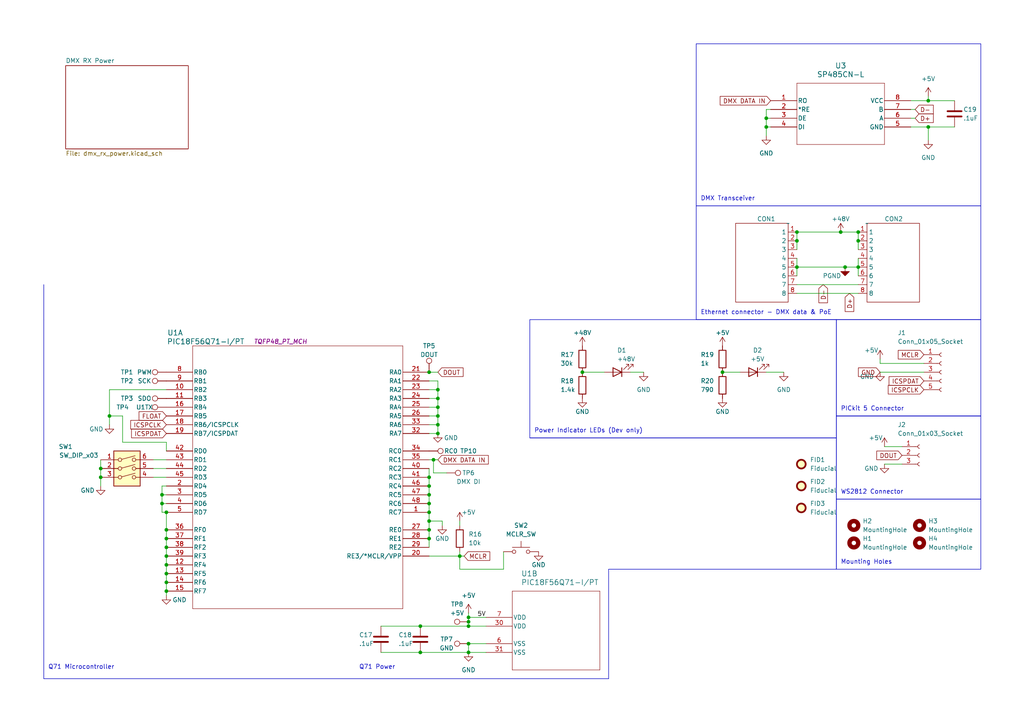
<source format=kicad_sch>
(kicad_sch (version 20230121) (generator eeschema)
  (paper "A4")
  (title_block (title "DMX Demo Receiver") (date "2023-07-21") (rev "1") (company "Microchip") (comment 1 "Josh Booth"))
  (lib_symbols
    (symbol "Connector:Conn_01x03_Socket" (pin_names (offset 1.016) hide)
      (property "Reference" "J" (at 0 5.08 0))
      (property "Value" "Conn_01x03_Socket" (at 0 -5.08 0))
      (symbol "Conn_01x03_Socket_1_1"
        (arc (start 0 -2.032) (mid -0.5058 -2.54) (end 0 -3.048) (stroke (width 0.1524)))
        (polyline (pts (xy -1.27 -2.54) (xy -0.508 -2.54)) (stroke (width 0.1524)))
        (polyline (pts (xy -1.27 0) (xy -0.508 0)) (stroke (width 0.1524)))
        (polyline (pts (xy -1.27 2.54) (xy -0.508 2.54)) (stroke (width 0.1524)))
        (arc (start 0 0.508) (mid -0.5058 0) (end 0 -0.508) (stroke (width 0.1524)))
        (arc (start 0 3.048) (mid -0.5058 2.54) (end 0 2.032) (stroke (width 0.1524)))
        (pin passive line (at -5.08 2.54 0) (length 3.81) (name "Pin_1") (number "1"))
        (pin passive line (at -5.08 0 0) (length 3.81) (name "Pin_2") (number "2"))
        (pin passive line (at -5.08 -2.54 0) (length 3.81) (name "Pin_3") (number "3"))
      )
    )
    (symbol "Connector:Conn_01x05_Socket" (pin_names (offset 1.016) hide)
      (property "Reference" "J" (at 0 7.62 0))
      (property "Value" "Conn_01x05_Socket" (at 0 -7.62 0))
      (symbol "Conn_01x05_Socket_1_1"
        (arc (start 0 -4.572) (mid -0.5058 -5.08) (end 0 -5.588) (stroke (width 0.1524)))
        (arc (start 0 -2.032) (mid -0.5058 -2.54) (end 0 -3.048) (stroke (width 0.1524)))
        (polyline (pts (xy -1.27 -5.08) (xy -0.508 -5.08)) (stroke (width 0.1524)))
        (polyline (pts (xy -1.27 -2.54) (xy -0.508 -2.54)) (stroke (width 0.1524)))
        (polyline (pts (xy -1.27 0) (xy -0.508 0)) (stroke (width 0.1524)))
        (polyline (pts (xy -1.27 2.54) (xy -0.508 2.54)) (stroke (width 0.1524)))
        (polyline (pts (xy -1.27 5.08) (xy -0.508 5.08)) (stroke (width 0.1524)))
        (arc (start 0 0.508) (mid -0.5058 0) (end 0 -0.508) (stroke (width 0.1524)))
        (arc (start 0 3.048) (mid -0.5058 2.54) (end 0 2.032) (stroke (width 0.1524)))
        (arc (start 0 5.588) (mid -0.5058 5.08) (end 0 4.572) (stroke (width 0.1524)))
        (pin passive line (at -5.08 5.08 0) (length 3.81) (name "Pin_1") (number "1"))
        (pin passive line (at -5.08 2.54 0) (length 3.81) (name "Pin_2") (number "2"))
        (pin passive line (at -5.08 0 0) (length 3.81) (name "Pin_3") (number "3"))
        (pin passive line (at -5.08 -2.54 0) (length 3.81) (name "Pin_4") (number "4"))
        (pin passive line (at -5.08 -5.08 0) (length 3.81) (name "Pin_5") (number "5"))
      )
    )
    (symbol "Connector:TestPoint" (pin_numbers hide) (pin_names (offset 0.762) hide)
      (property "Reference" "TP" (at 0 6.858 0))
      (property "Value" "TestPoint" (at 0 5.08 0))
      (symbol "TestPoint_0_1"
        (circle (center 0 3.302) (radius 0.762))
      )
      (symbol "TestPoint_1_1"
        (pin passive line (at 0 0 90) (length 2.54) (name "1") (number "1"))
      )
    )
    (symbol "Device:C" (pin_numbers hide) (pin_names (offset 0.254))
      (property "Reference" "C" (at 0.635 2.54 0))
      (property "Value" "C" (at 0.635 -2.54 0))
      (symbol "C_0_1"
        (polyline (pts (xy -2.032 -0.762) (xy 2.032 -0.762)) (stroke (width 0.508)))
        (polyline (pts (xy -2.032 0.762) (xy 2.032 0.762)) (stroke (width 0.508)))
      )
      (symbol "C_1_1"
        (pin passive line (at 0 3.81 270) (length 2.794) (name "~") (number "1"))
        (pin passive line (at 0 -3.81 90) (length 2.794) (name "~") (number "2"))
      )
    )
    (symbol "Device:LED" (pin_numbers hide) (pin_names (offset 1.016) hide)
      (property "Reference" "D" (at 0 2.54 0))
      (property "Value" "LED" (at 0 -2.54 0))
      (symbol "LED_0_1"
        (polyline (pts (xy -1.27 -1.27) (xy -1.27 1.27)) (stroke (width 0.254)))
        (polyline (pts (xy -1.27 0) (xy 1.27 0)))
        (polyline (pts (xy 1.27 -1.27) (xy 1.27 1.27) (xy -1.27 0) (xy 1.27 -1.27)) (stroke (width 0.254)))
        (polyline (pts (xy -3.048 -0.762) (xy -4.572 -2.286) (xy -3.81 -2.286) (xy -4.572 -2.286) (xy -4.572 -1.524)))
        (polyline (pts (xy -1.778 -0.762) (xy -3.302 -2.286) (xy -2.54 -2.286) (xy -3.302 -2.286) (xy -3.302 -1.524)))
      )
      (symbol "LED_1_1"
        (pin passive line (at -3.81 0 0) (length 2.54) (name "K") (number "1"))
        (pin passive line (at 3.81 0 180) (length 2.54) (name "A") (number "2"))
      )
    )
    (symbol "Device:R" (pin_numbers hide) (pin_names (offset 0))
      (property "Reference" "R" (at 2.032 0 90))
      (property "Value" "R" (at 0 0 90))
      (symbol "R_0_1"
        (rectangle (start -1.016 -2.54) (end 1.016 2.54) (stroke (width 0.254)))
      )
      (symbol "R_1_1"
        (pin passive line (at 0 3.81 270) (length 1.27) (name "~") (number "1"))
        (pin passive line (at 0 -3.81 90) (length 1.27) (name "~") (number "2"))
      )
    )
    (symbol "GND1_1" (power) (pin_names (offset 0))
      (property "Value" "PGND" (at 3.81 -2.54 0))
      (symbol "GND1_1_1_1"
        (polyline (pts (xy 0 0) (xy 0 -1.27) (xy 1.27 -1.27) (xy 0 -2.54) (xy -1.27 -1.27) (xy 0 -1.27)) (fill (type outline)))
        (pin power_in line (at 0 0 0) (length 0) hide (name "PGND") (number "1"))
      )
    )
    (symbol "Mechanical:Fiducial"
      (property "Reference" "FID" (at 0 5.08 0))
      (property "Value" "Fiducial" (at 0 3.175 0))
      (symbol "Fiducial_0_1"
        (circle (center 0 0) (radius 1.27) (stroke (width 0.508)) (fill (type background)))
      )
    )
    (symbol "Mechanical:MountingHole" (pin_names (offset 1.016))
      (property "Reference" "H" (at 0 5.08 0))
      (property "Value" "MountingHole" (at 0 3.175 0))
      (symbol "MountingHole_0_1"
        (circle (center 0 0) (radius 1.27) (stroke (width 1.27)))
      )
    )
    (symbol "PIC18F56Q71-I-PT:PIC18F56Q71-I_PT" (pin_names (offset 0.254))
      (property "Reference" "U" (at 38.1 12.7 0))
      (property "Value" "PIC18F56Q71-I/PT" (at 38.1 10.16 0))
      (symbol "PIC18F56Q71-I_PT_1_1"
        (polyline (pts (xy 7.62 -68.58) (xy 68.58 -68.58)) (stroke (width 0.127)))
        (polyline (pts (xy 7.62 7.62) (xy 7.62 -68.58)) (stroke (width 0.127)))
        (polyline (pts (xy 68.58 -68.58) (xy 68.58 7.62)) (stroke (width 0.127)))
        (polyline (pts (xy 68.58 7.62) (xy 7.62 7.62)) (stroke (width 0.127)))
        (pin bidirectional line (at 76.2 -40.64 180) (length 7.62) (name "RC7") (number "1"))
        (pin bidirectional line (at 0 -5.08 0) (length 7.62) (name "RB2") (number "10"))
        (pin bidirectional line (at 0 -7.62 0) (length 7.62) (name "RB3") (number "11"))
        (pin bidirectional line (at 0 -55.88 0) (length 7.62) (name "RF4") (number "12"))
        (pin bidirectional line (at 0 -58.42 0) (length 7.62) (name "RF5") (number "13"))
        (pin bidirectional line (at 0 -60.96 0) (length 7.62) (name "RF6") (number "14"))
        (pin bidirectional line (at 0 -63.5 0) (length 7.62) (name "RF7") (number "15"))
        (pin bidirectional line (at 0 -10.16 0) (length 7.62) (name "RB4") (number "16"))
        (pin bidirectional line (at 0 -12.7 0) (length 7.62) (name "RB5") (number "17"))
        (pin bidirectional line (at 0 -15.24 0) (length 7.62) (name "RB6/ICSPCLK") (number "18"))
        (pin bidirectional line (at 0 -17.78 0) (length 7.62) (name "RB7/ICSPDAT") (number "19"))
        (pin bidirectional line (at 0 -33.02 0) (length 7.62) (name "RD4") (number "2"))
        (pin bidirectional line (at 76.2 -53.34 180) (length 7.62) (name "RE3/*MCLR/VPP") (number "20"))
        (pin bidirectional line (at 76.2 0 180) (length 7.62) (name "RA0") (number "21"))
        (pin bidirectional line (at 76.2 -2.54 180) (length 7.62) (name "RA1") (number "22"))
        (pin bidirectional line (at 76.2 -5.08 180) (length 7.62) (name "RA2") (number "23"))
        (pin bidirectional line (at 76.2 -7.62 180) (length 7.62) (name "RA3") (number "24"))
        (pin bidirectional line (at 76.2 -10.16 180) (length 7.62) (name "RA4") (number "25"))
        (pin bidirectional line (at 76.2 -12.7 180) (length 7.62) (name "RA5") (number "26"))
        (pin bidirectional line (at 76.2 -45.72 180) (length 7.62) (name "RE0") (number "27"))
        (pin bidirectional line (at 76.2 -48.26 180) (length 7.62) (name "RE1") (number "28"))
        (pin bidirectional line (at 76.2 -50.8 180) (length 7.62) (name "RE2") (number "29"))
        (pin bidirectional line (at 0 -35.56 0) (length 7.62) (name "RD5") (number "3"))
        (pin bidirectional line (at 76.2 -17.78 180) (length 7.62) (name "RA7") (number "32"))
        (pin bidirectional line (at 76.2 -15.24 180) (length 7.62) (name "RA6") (number "33"))
        (pin bidirectional line (at 76.2 -22.86 180) (length 7.62) (name "RC0") (number "34"))
        (pin bidirectional line (at 76.2 -25.4 180) (length 7.62) (name "RC1") (number "35"))
        (pin bidirectional line (at 0 -45.72 0) (length 7.62) (name "RF0") (number "36"))
        (pin bidirectional line (at 0 -48.26 0) (length 7.62) (name "RF1") (number "37"))
        (pin bidirectional line (at 0 -50.8 0) (length 7.62) (name "RF2") (number "38"))
        (pin bidirectional line (at 0 -53.34 0) (length 7.62) (name "RF3") (number "39"))
        (pin bidirectional line (at 0 -38.1 0) (length 7.62) (name "RD6") (number "4"))
        (pin bidirectional line (at 76.2 -27.94 180) (length 7.62) (name "RC2") (number "40"))
        (pin bidirectional line (at 76.2 -30.48 180) (length 7.62) (name "RC3") (number "41"))
        (pin bidirectional line (at 0 -22.86 0) (length 7.62) (name "RD0") (number "42"))
        (pin bidirectional line (at 0 -25.4 0) (length 7.62) (name "RD1") (number "43"))
        (pin bidirectional line (at 0 -27.94 0) (length 7.62) (name "RD2") (number "44"))
        (pin bidirectional line (at 0 -30.48 0) (length 7.62) (name "RD3") (number "45"))
        (pin bidirectional line (at 76.2 -33.02 180) (length 7.62) (name "RC4") (number "46"))
        (pin bidirectional line (at 76.2 -35.56 180) (length 7.62) (name "RC5") (number "47"))
        (pin bidirectional line (at 76.2 -38.1 180) (length 7.62) (name "RC6") (number "48"))
        (pin bidirectional line (at 0 -40.64 0) (length 7.62) (name "RD7") (number "5"))
        (pin bidirectional line (at 0 0 0) (length 7.62) (name "RB0") (number "8"))
        (pin bidirectional line (at 0 -2.54 0) (length 7.62) (name "RB1") (number "9"))
      )
      (symbol "PIC18F56Q71-I_PT_2_1"
        (polyline (pts (xy 7.62 -15.24) (xy 33.02 -15.24)) (stroke (width 0.127)))
        (polyline (pts (xy 7.62 7.62) (xy 7.62 -15.24)) (stroke (width 0.127)))
        (polyline (pts (xy 33.02 -15.24) (xy 33.02 7.62)) (stroke (width 0.127)))
        (polyline (pts (xy 33.02 7.62) (xy 7.62 7.62)) (stroke (width 0.127)))
        (pin power_in line (at 0 -2.54 0) (length 7.62) (name "VDD") (number "30"))
        (pin power_out line (at 0 -10.16 0) (length 7.62) (name "VSS") (number "31"))
        (pin power_out line (at 0 -7.62 0) (length 7.62) (name "VSS") (number "6"))
        (pin power_in line (at 0 0 0) (length 7.62) (name "VDD") (number "7"))
      )
    )
    (symbol "SP485CN-L:SP485CN-L" (pin_names (offset 0.254))
      (property "Reference" "U" (at 20.32 10.16 0))
      (property "Value" "SP485CN-L" (at 20.32 7.62 0))
      (symbol "SP485CN-L_0_1"
        (polyline (pts (xy 7.62 -12.7) (xy 33.02 -12.7)) (stroke (width 0.127)))
        (polyline (pts (xy 7.62 5.08) (xy 7.62 -12.7)) (stroke (width 0.127)))
        (polyline (pts (xy 33.02 -12.7) (xy 33.02 5.08)) (stroke (width 0.127)))
        (polyline (pts (xy 33.02 5.08) (xy 7.62 5.08)) (stroke (width 0.127)))
        (pin output line (at 0 0 0) (length 7.62) (name "RO") (number "1"))
        (pin output line (at 0 -2.54 0) (length 7.62) (name "*RE") (number "2"))
        (pin output line (at 0 -5.08 0) (length 7.62) (name "DE") (number "3"))
        (pin input line (at 0 -7.62 0) (length 7.62) (name "DI") (number "4"))
        (pin power_out line (at 40.64 -7.62 180) (length 7.62) (name "GND") (number "5"))
        (pin bidirectional line (at 40.64 -5.08 180) (length 7.62) (name "A") (number "6"))
        (pin bidirectional line (at 40.64 -2.54 180) (length 7.62) (name "B") (number "7"))
        (pin power_in line (at 40.64 0 180) (length 7.62) (name "VCC") (number "8"))
      )
    )
    (symbol "Switch:SW_DIP_x03" (pin_names (offset 0) hide)
      (property "Reference" "SW" (at 0 8.89 0))
      (property "Value" "SW_DIP_x03" (at 0 -3.81 0))
      (symbol "SW_DIP_x03_0_0"
        (circle (center -2.032 0) (radius 0.508))
        (circle (center -2.032 2.54) (radius 0.508))
        (circle (center -2.032 5.08) (radius 0.508))
        (polyline (pts (xy -1.524 0.127) (xy 2.3622 1.1684)))
        (polyline (pts (xy -1.524 2.667) (xy 2.3622 3.7084)))
        (polyline (pts (xy -1.524 5.207) (xy 2.3622 6.2484)))
        (circle (center 2.032 0) (radius 0.508))
        (circle (center 2.032 2.54) (radius 0.508))
        (circle (center 2.032 5.08) (radius 0.508))
      )
      (symbol "SW_DIP_x03_0_1"
        (rectangle (start -3.81 7.62) (end 3.81 -2.54) (stroke (width 0.254)) (fill (type background)))
      )
      (symbol "SW_DIP_x03_1_1"
        (pin passive line (at -7.62 5.08 0) (length 5.08) (name "~") (number "1"))
        (pin passive line (at -7.62 2.54 0) (length 5.08) (name "~") (number "2"))
        (pin passive line (at -7.62 0 0) (length 5.08) (name "~") (number "3"))
        (pin passive line (at 7.62 0 180) (length 5.08) (name "~") (number "4"))
        (pin passive line (at 7.62 2.54 180) (length 5.08) (name "~") (number "5"))
        (pin passive line (at 7.62 5.08 180) (length 5.08) (name "~") (number "6"))
      )
    )
    (symbol "Switch:SW_Push" (pin_numbers hide) (pin_names (offset 1.016) hide)
      (property "Reference" "SW" (at 1.27 2.54 0))
      (property "Value" "SW_Push" (at 0 -1.524 0))
      (symbol "SW_Push_0_1"
        (circle (center -2.032 0) (radius 0.508))
        (polyline (pts (xy 0 1.27) (xy 0 3.048)))
        (polyline (pts (xy 2.54 1.27) (xy -2.54 1.27)))
        (circle (center 2.032 0) (radius 0.508))
        (pin passive line (at -5.08 0 0) (length 2.54) (name "1") (number "1"))
        (pin passive line (at 5.08 0 180) (length 2.54) (name "2") (number "2"))
      )
    )
    (symbol "dmx_components_library:E5J88-00LJG2-L"
      (property "Reference" "CON" (at 1.27 1.27 0))
      (symbol "E5J88-00LJG2-L_0_1"
        (rectangle (start 0 0) (end 15.24 -22.86))
      )
      (symbol "E5J88-00LJG2-L_1_1"
        (pin bidirectional line (at -2.54 -2.54 0) (length 2.54) (name "1") (number "1"))
        (pin bidirectional line (at -2.54 -5.08 0) (length 2.54) (name "2") (number "2"))
        (pin bidirectional line (at -2.54 -7.62 0) (length 2.54) (name "3") (number "3"))
        (pin bidirectional line (at -2.54 -10.16 0) (length 2.54) (name "4") (number "4"))
        (pin bidirectional line (at -2.54 -12.7 0) (length 2.54) (name "5") (number "5"))
        (pin bidirectional line (at -2.54 -15.24 0) (length 2.54) (name "6") (number "6"))
        (pin bidirectional line (at -2.54 -17.78 0) (length 2.54) (name "7") (number "7"))
        (pin bidirectional line (at -2.54 -20.32 0) (length 2.54) (name "8") (number "8"))
      )
    )
    (symbol "power:+48V" (power) (pin_names (offset 0))
      (property "Value" "+48V" (at 0 3.556 0))
      (symbol "+48V_0_1"
        (polyline (pts (xy -0.762 1.27) (xy 0 2.54)))
        (polyline (pts (xy 0 0) (xy 0 2.54)))
        (polyline (pts (xy 0 2.54) (xy 0.762 1.27)))
      )
      (symbol "+48V_1_1"
        (pin power_in line (at 0 0 90) (length 0) hide (name "+48V") (number "1"))
      )
    )
    (symbol "power:+5V" (power) (pin_names (offset 0))
      (property "Value" "+5V" (at 0 3.556 0))
      (symbol "+5V_0_1"
        (polyline (pts (xy -0.762 1.27) (xy 0 2.54)))
        (polyline (pts (xy 0 0) (xy 0 2.54)))
        (polyline (pts (xy 0 2.54) (xy 0.762 1.27)))
      )
      (symbol "+5V_1_1"
        (pin power_in line (at 0 0 90) (length 0) hide (name "+5V") (number "1"))
      )
    )
    (symbol "power:GND" (power) (pin_names (offset 0))
      (property "Value" "GND" (at 0 -3.81 0))
      (symbol "GND_0_1"
        (polyline (pts (xy 0 0) (xy 0 -1.27) (xy 1.27 -1.27) (xy 0 -2.54) (xy -1.27 -1.27) (xy 0 -1.27)))
      )
      (symbol "GND_1_1"
        (pin power_in line (at 0 0 270) (length 0) hide (name "GND") (number "1"))
      )
    )
  )
  (junction (at 124.46 140.97))
  (junction (at 48.26 153.67))
  (junction (at 29.21 138.43))
  (junction (at 269.24 29.21))
  (junction (at 127 118.11))
  (junction (at 121.92 189.23))
  (junction (at 135.89 181.61))
  (junction (at 124.46 143.51))
  (junction (at 124.46 156.21))
  (junction (at 135.89 180.34))
  (junction (at 48.26 171.45))
  (junction (at 48.26 158.75))
  (junction (at 46.99 146.05))
  (junction (at 133.35 161.29))
  (junction (at 243.84 67.31))
  (junction (at 222.25 34.29))
  (junction (at 269.24 36.83))
  (junction (at 121.92 181.61))
  (junction (at 127 115.57))
  (junction (at 46.99 143.51))
  (junction (at 248.92 77.47))
  (junction (at 248.92 67.31))
  (junction (at 124.46 107.95))
  (junction (at 135.89 179.07))
  (junction (at 245.11 77.47))
  (junction (at 127 120.65))
  (junction (at 125.73 133.35))
  (junction (at 248.92 69.85))
  (junction (at 29.21 135.89))
  (junction (at 48.26 163.83))
  (junction (at 48.26 156.21))
  (junction (at 222.25 36.83))
  (junction (at 48.26 161.29))
  (junction (at 124.46 151.13))
  (junction (at 124.46 148.59))
  (junction (at 209.55 107.95))
  (junction (at 48.26 148.59))
  (junction (at 127 125.73))
  (junction (at 31.75 120.65))
  (junction (at 127 113.03))
  (junction (at 231.14 67.31))
  (junction (at 231.14 69.85))
  (junction (at 135.89 186.69))
  (junction (at 124.46 153.67))
  (junction (at 48.26 166.37))
  (junction (at 168.91 107.95))
  (junction (at 48.26 168.91))
  (junction (at 124.46 146.05))
  (junction (at 135.89 189.23))
  (junction (at 127 123.19))
  (junction (at 124.46 138.43))
  (junction (at 231.14 77.47))
  (wire (pts (xy 125.73 137.16) (xy 129.54 137.16)))
  (wire (pts (xy 168.91 107.95) (xy 175.26 107.95)))
  (wire (pts (xy 48.26 148.59) (xy 48.26 153.67)))
  (wire (pts (xy 44.45 133.35) (xy 48.26 133.35)))
  (wire (pts (xy 48.26 153.67) (xy 48.26 156.21)))
  (wire (pts (xy 245.11 77.47) (xy 248.92 77.47)))
  (polyline (pts (xy 12.7 196.85) (xy 176.53 196.85)))
  (wire (pts (xy 128.27 151.13) (xy 128.27 152.4)))
  (wire (pts (xy 256.54 129.54) (xy 261.62 129.54)))
  (wire (pts (xy 231.14 85.09) (xy 248.92 85.09)))
  (wire (pts (xy 31.75 120.65) (xy 35.56 120.65)))
  (wire (pts (xy 110.49 189.23) (xy 121.92 189.23)))
  (wire (pts (xy 222.25 34.29) (xy 223.52 34.29)))
  (wire (pts (xy 222.25 107.95) (xy 227.33 107.95)))
  (wire (pts (xy 140.97 186.69) (xy 135.89 186.69)))
  (wire (pts (xy 48.26 156.21) (xy 48.26 158.75)))
  (wire (pts (xy 124.46 135.89) (xy 124.46 138.43)))
  (wire (pts (xy 29.21 135.89) (xy 29.21 138.43)))
  (wire (pts (xy 231.14 67.31) (xy 231.14 69.85)))
  (wire (pts (xy 48.26 161.29) (xy 48.26 163.83)))
  (wire (pts (xy 127 123.19) (xy 127 125.73)))
  (wire (pts (xy 127 110.49) (xy 127 113.03)))
  (wire (pts (xy 127 113.03) (xy 127 115.57)))
  (wire (pts (xy 48.26 158.75) (xy 48.26 161.29)))
  (wire (pts (xy 48.26 168.91) (xy 48.26 171.45)))
  (wire (pts (xy 44.45 138.43) (xy 48.26 138.43)))
  (wire (pts (xy 48.26 113.03) (xy 31.75 113.03)))
  (polyline (pts (xy 12.7 92.71) (xy 12.7 82.55)))
  (wire (pts (xy 248.92 67.31) (xy 248.92 69.85)))
  (wire (pts (xy 124.46 140.97) (xy 124.46 143.51)))
  (wire (pts (xy 209.55 107.95) (xy 214.63 107.95)))
  (wire (pts (xy 121.92 189.23) (xy 135.89 189.23)))
  (wire (pts (xy 48.26 171.45) (xy 48.26 172.72)))
  (wire (pts (xy 269.24 29.21) (xy 276.86 29.21)))
  (polyline (pts (xy 242.57 127) (xy 153.67 127)))
  (wire (pts (xy 125.73 133.35) (xy 124.46 133.35)))
  (wire (pts (xy 133.35 151.13) (xy 133.35 152.4)))
  (wire (pts (xy 124.46 110.49) (xy 127 110.49)))
  (wire (pts (xy 127 120.65) (xy 127 123.19)))
  (wire (pts (xy 222.25 39.37) (xy 222.25 36.83)))
  (wire (pts (xy 269.24 36.83) (xy 269.24 40.64)))
  (wire (pts (xy 31.75 123.19) (xy 31.75 120.65)))
  (wire (pts (xy 124.46 153.67) (xy 124.46 156.21)))
  (wire (pts (xy 256.54 134.62) (xy 261.62 134.62)))
  (wire (pts (xy 133.35 160.02) (xy 133.35 161.29)))
  (polyline (pts (xy 176.53 165.1) (xy 242.57 165.1)))
  (wire (pts (xy 35.56 128.27) (xy 35.56 120.65)))
  (wire (pts (xy 135.89 186.69) (xy 135.89 189.23)))
  (wire (pts (xy 264.16 34.29) (xy 265.43 34.29)))
  (wire (pts (xy 124.46 148.59) (xy 124.46 151.13)))
  (wire (pts (xy 125.73 133.35) (xy 125.73 137.16)))
  (wire (pts (xy 135.89 179.07) (xy 135.89 180.34)))
  (wire (pts (xy 146.05 165.1) (xy 146.05 160.02)))
  (wire (pts (xy 44.45 135.89) (xy 48.26 135.89)))
  (wire (pts (xy 269.24 29.21) (xy 264.16 29.21)))
  (wire (pts (xy 269.24 36.83) (xy 276.86 36.83)))
  (wire (pts (xy 124.46 113.03) (xy 127 113.03)))
  (wire (pts (xy 124.46 146.05) (xy 124.46 148.59)))
  (wire (pts (xy 127 115.57) (xy 127 118.11)))
  (wire (pts (xy 248.92 69.85) (xy 248.92 72.39)))
  (polyline (pts (xy 176.53 196.85) (xy 176.53 165.1)))
  (wire (pts (xy 248.92 74.93) (xy 248.92 77.47)))
  (wire (pts (xy 124.46 123.19) (xy 127 123.19)))
  (wire (pts (xy 124.46 151.13) (xy 124.46 153.67)))
  (polyline (pts (xy 12.7 92.71) (xy 12.7 196.85)))
  (wire (pts (xy 223.52 31.75) (xy 222.25 31.75)))
  (wire (pts (xy 133.35 161.29) (xy 133.35 165.1)))
  (wire (pts (xy 135.89 180.34) (xy 135.89 181.61)))
  (wire (pts (xy 255.27 105.41) (xy 255.27 104.14)))
  (wire (pts (xy 124.46 120.65) (xy 127 120.65)))
  (wire (pts (xy 46.99 143.51) (xy 46.99 146.05)))
  (wire (pts (xy 46.99 146.05) (xy 46.99 148.59)))
  (wire (pts (xy 264.16 36.83) (xy 269.24 36.83)))
  (wire (pts (xy 243.84 67.31) (xy 248.92 67.31)))
  (wire (pts (xy 124.46 115.57) (xy 127 115.57)))
  (wire (pts (xy 48.26 163.83) (xy 48.26 166.37)))
  (wire (pts (xy 222.25 31.75) (xy 222.25 34.29)))
  (wire (pts (xy 127 133.35) (xy 125.73 133.35)))
  (wire (pts (xy 46.99 140.97) (xy 46.99 143.51)))
  (wire (pts (xy 231.14 74.93) (xy 231.14 77.47)))
  (wire (pts (xy 46.99 143.51) (xy 48.26 143.51)))
  (polyline (pts (xy 242.57 165.1) (xy 242.57 127)))
  (wire (pts (xy 135.89 177.8) (xy 135.89 179.07)))
  (wire (pts (xy 222.25 36.83) (xy 223.52 36.83)))
  (wire (pts (xy 121.92 181.61) (xy 135.89 181.61)))
  (wire (pts (xy 231.14 77.47) (xy 231.14 80.01)))
  (wire (pts (xy 135.89 181.61) (xy 140.97 181.61)))
  (wire (pts (xy 48.26 166.37) (xy 48.26 168.91)))
  (wire (pts (xy 124.46 118.11) (xy 127 118.11)))
  (wire (pts (xy 124.46 138.43) (xy 124.46 140.97)))
  (wire (pts (xy 31.75 113.03) (xy 31.75 120.65)))
  (wire (pts (xy 48.26 128.27) (xy 35.56 128.27)))
  (wire (pts (xy 29.21 133.35) (xy 29.21 135.89)))
  (wire (pts (xy 124.46 156.21) (xy 124.46 158.75)))
  (wire (pts (xy 48.26 128.27) (xy 48.26 130.81)))
  (wire (pts (xy 133.35 165.1) (xy 146.05 165.1)))
  (wire (pts (xy 267.97 105.41) (xy 255.27 105.41)))
  (wire (pts (xy 46.99 148.59) (xy 48.26 148.59)))
  (wire (pts (xy 135.89 189.23) (xy 140.97 189.23)))
  (wire (pts (xy 231.14 67.31) (xy 243.84 67.31)))
  (wire (pts (xy 124.46 125.73) (xy 127 125.73)))
  (wire (pts (xy 110.49 181.61) (xy 121.92 181.61)))
  (wire (pts (xy 269.24 27.94) (xy 269.24 29.21)))
  (wire (pts (xy 124.46 151.13) (xy 128.27 151.13)))
  (wire (pts (xy 127 118.11) (xy 127 120.65)))
  (wire (pts (xy 255.27 107.95) (xy 267.97 107.95)))
  (wire (pts (xy 231.14 82.55) (xy 248.92 82.55)))
  (wire (pts (xy 231.14 69.85) (xy 231.14 72.39)))
  (wire (pts (xy 46.99 140.97) (xy 48.26 140.97)))
  (wire (pts (xy 264.16 31.75) (xy 265.43 31.75)))
  (wire (pts (xy 135.89 179.07) (xy 140.97 179.07)))
  (wire (pts (xy 124.46 107.95) (xy 127 107.95)))
  (wire (pts (xy 182.88 107.95) (xy 186.69 107.95)))
  (wire (pts (xy 46.99 146.05) (xy 48.26 146.05)))
  (wire (pts (xy 231.14 77.47) (xy 245.11 77.47)))
  (wire (pts (xy 248.92 77.47) (xy 248.92 80.01)))
  (wire (pts (xy 29.21 138.43) (xy 29.21 140.97)))
  (wire (pts (xy 222.25 36.83) (xy 222.25 34.29)))
  (wire (pts (xy 133.35 161.29) (xy 124.46 161.29)))
  (wire (pts (xy 134.62 161.29) (xy 133.35 161.29)))
  (wire (pts (xy 124.46 143.51) (xy 124.46 146.05)))
  (rectangle (start 242.57 120.65) (end 284.48 144.78))
  (rectangle (start 153.67 92.71) (end 242.57 127))
  (rectangle (start 201.93 59.69) (end 284.48 92.71))
  (rectangle (start 242.57 92.71) (end 284.48 120.65))
  (rectangle (start 201.93 12.7) (end 284.48 59.69))
  (rectangle (start 242.57 144.78) (end 284.48 165.1))
  (text "DMX Transceiver\n" (at 203.2 58.42 0) (effects (font (size 1.27 1.27)) (justify left bottom)))
  (text "Ethernet connector - DMX data & PoE" (at 203.2 91.44 0) (effects (font (size 1.27 1.27)) (justify left bottom)))
  (text "WS2812 Connector\n" (at 243.84 143.51 0) (effects (font (size 1.27 1.27)) (justify left bottom)))
  (text "Q71 Power" (at 104.14 194.31 0) (effects (font (size 1.27 1.27)) (justify left bottom)))
  (text "PICkit 5 Connector\n" (at 243.84 119.38 0) (effects (font (size 1.27 1.27)) (justify left bottom)))
  (text "Power Indicator LEDs (Dev only)" (at 154.94 125.73 0) (effects (font (size 1.27 1.27)) (justify left bottom)))
  (text "Mounting Holes\n" (at 243.84 163.83 0) (effects (font (size 1.27 1.27)) (justify left bottom)))
  (text "Q71 Microcontroller" (at 13.97 194.31 0) (effects (font (size 1.27 1.27)) (justify left bottom)))
  (label "5V" (at 138.43 179.07 0))
  (global_label "D+" (shape input) (at 265.43 34.29 0) (property "Intersheetrefs" "${INTERSHEET_REFS}" (effects hide)))
  (global_label "DOUT" (shape input) (at 127 107.95 0) (property "Intersheetrefs" "${INTERSHEET_REFS}" (effects hide)))
  (global_label "ICSPCLK" (shape input) (at 48.26 123.19 180) (property "Intersheetrefs" "${INTERSHEET_REFS}" (effects hide)))
  (global_label "D+" (shape input) (at 246.38 85.09 270) (property "Intersheetrefs" "${INTERSHEET_REFS}" (effects hide)))
  (global_label "D-" (shape input) (at 238.76 82.55 270) (property "Intersheetrefs" "${INTERSHEET_REFS}" (effects hide)))
  (global_label "FLOAT" (shape input) (at 48.26 120.65 180) (property "Intersheetrefs" "${INTERSHEET_REFS}" (effects hide)))
  (global_label "DMX DATA IN" (shape input) (at 127 133.35 0) (property "Intersheetrefs" "${INTERSHEET_REFS}" (effects hide)))
  (global_label "ICSPCLK" (shape input) (at 267.97 113.03 180) (property "Intersheetrefs" "${INTERSHEET_REFS}" (effects hide)))
  (global_label "D-" (shape input) (at 265.43 31.75 0) (property "Intersheetrefs" "${INTERSHEET_REFS}" (effects hide)))
  (global_label "ICSPDAT" (shape input) (at 48.26 125.73 180) (property "Intersheetrefs" "${INTERSHEET_REFS}" (effects hide)))
  (global_label "ICSPDAT" (shape input) (at 267.97 110.49 180) (property "Intersheetrefs" "${INTERSHEET_REFS}" (effects hide)))
  (global_label "DMX DATA IN" (shape input) (at 223.52 29.21 180) (property "Intersheetrefs" "${INTERSHEET_REFS}" (effects hide)))
  (global_label "MCLR" (shape input) (at 267.97 102.87 180) (property "Intersheetrefs" "${INTERSHEET_REFS}" (effects hide)))
  (global_label "DOUT" (shape input) (at 261.62 132.08 180) (property "Intersheetrefs" "${INTERSHEET_REFS}" (effects hide)))
  (global_label "GND" (shape input) (at 255.27 107.95 180) (property "Intersheetrefs" "${INTERSHEET_REFS}" (effects hide)))
  (global_label "MCLR" (shape input) (at 134.62 161.29 0) (property "Intersheetrefs" "${INTERSHEET_REFS}" (effects hide)))
  (symbol (lib_id "power:+48V") (at 243.84 67.31 0) (unit 1)
    (property "Reference" "#PWR05" (effects hide))
    (property "Value" "+48V" (at 243.84 63.5 0))
  )
  (symbol (lib_id "power:GND") (at 127 125.73 0) (unit 1)
    (property "Reference" "#PWR015" (effects hide))
    (property "Value" "GND" (at 130.81 127 0))
  )
  (symbol (lib_id "Mechanical:MountingHole") (at 247.65 157.48 0) (unit 1)
    (property "Reference" "H1" (at 250.19 156.21 0) (effects (justify left)))
    (property "Value" "MountingHole" (at 250.19 158.75 0) (effects (justify left)))
    (property "Footprint" "MountingHole:MountingHole_3.2mm_M3" (effects hide))
    (property "Vendor" "N/A" (effects hide))
  )
  (symbol (lib_id "Connector:TestPoint") (at 48.26 110.49 90) (unit 1)
    (property "Reference" "TP2" (at 36.83 110.49 90))
    (property "Value" "SCK" (at 41.91 110.49 90))
    (property "Footprint" "TestPoint:TestPoint_Loop_D2.50mm_Drill1.0mm" (effects hide))
    (property "Vendor" "N/A" (effects hide))
  )
  (symbol (lib_id "Connector:Conn_01x05_Socket") (at 273.05 107.95 0) (unit 1)
    (property "Reference" "J1" (at 260.35 96.52 0) (effects (justify left)))
    (property "Value" "Conn_01x05_Socket" (at 260.35 99.06 0) (effects (justify left)))
    (property "Footprint" "Connector_PinHeader_2.54mm:PinHeader_1x05_P2.54mm_Vertical" (effects hide))
    (property "Vendor" "https://www.digikey.com/en/products/detail/w%C3%BCrth-elektronik/61300511121/4846831" (effects hide))
  )
  (symbol (lib_id "Connector:TestPoint") (at 124.46 107.95 0) (unit 1)
    (property "Reference" "TP5" (at 124.46 100.33 0))
    (property "Value" "DOUT" (at 124.46 102.87 0))
    (property "Footprint" "TestPoint:TestPoint_Loop_D2.50mm_Drill1.0mm" (effects hide))
    (property "Vendor" "N/A" (effects hide))
  )
  (symbol (lib_id "Connector:Conn_01x03_Socket") (at 266.7 132.08 0) (unit 1)
    (property "Reference" "J2" (at 260.35 123.19 0) (effects (justify left)))
    (property "Value" "Conn_01x03_Socket" (at 260.35 125.73 0) (effects (justify left)))
    (property "Footprint" "Connector_PinHeader_2.54mm:PinHeader_1x03_P2.54mm_Vertical" (effects hide))
    (property "Vendor" "https://www.digikey.com/en/products/detail/w%C3%BCrth-elektronik/61300311121/4846825" (effects hide))
  )
  (symbol (lib_id "Device:LED") (at 179.07 107.95 180) (unit 1)
    (property "Reference" "D1" (at 180.34 101.6 0))
    (property "Value" "+48V" (at 181.61 104.14 0))
    (property "Footprint" "Resistor_SMD:R_0201_0603Metric_Pad0.64x0.40mm_HandSolder" (effects hide))
    (property "Vendor" "https://www.digikey.com/en/products/detail/liteon/LTST-C191KSKT/386839" (effects hide))
  )
  (symbol (lib_id "power:+5V") (at 135.89 177.8 0) (unit 1)
    (property "Reference" "#PWR024" (effects hide))
    (property "Value" "+5V" (at 135.89 172.72 0))
  )
  (symbol (lib_id "power:+5V") (at 256.54 129.54 0) (unit 1)
    (property "Reference" "#PWR022" (effects hide))
    (property "Value" "+5V" (at 254 127 0))
  )
  (symbol (lib_id "Device:R") (at 209.55 104.14 180) (unit 1)
    (property "Reference" "R19" (at 203.2 102.87 0) (effects (justify right)))
    (property "Value" "1k" (at 203.2 105.41 0) (effects (justify right)))
    (property "Footprint" "Resistor_SMD:R_0402_1005Metric_Pad0.72x0.64mm_HandSolder" (effects hide))
    (property "Vendor" "https://www.digikey.com/en/products/detail/susumu/RR0510P-102-D/432398" (effects hide))
  )
  (symbol (lib_id "power:+48V") (at 168.91 100.33 0) (unit 1)
    (property "Reference" "#PWR037" (effects hide))
    (property "Value" "+48V" (at 168.91 96.52 0))
  )
  (symbol (lib_id "dmx_components_library:E5J88-00LJG2-L") (at 228.6 64.77 0) (mirror y) (unit 1)
    (property "Reference" "CON1" (at 222.25 63.5 0))
    (property "Value" "~" (at 228.6 64.77 0))
    (property "Footprint" "E5J88-00LJG2-L:E5J88-00LJG2-L" (effects hide))
    (property "Vendor" "https://www.digikey.com/en/products/detail/pulse-electronics/E5J88-00LJG2-L/1785312" (effects hide))
  )
  (symbol (lib_id "Connector:TestPoint") (at 135.89 180.34 90) (unit 1)
    (property "Reference" "TP8" (at 132.588 175.26 90))
    (property "Value" "+5V" (at 132.588 177.8 90))
    (property "Footprint" "TestPoint:TestPoint_Loop_D2.50mm_Drill1.0mm" (effects hide))
    (property "Vendor" "N/A" (effects hide))
  )
  (symbol (lib_id "Connector:TestPoint") (at 48.26 115.57 90) (unit 1)
    (property "Reference" "TP3" (at 36.83 115.57 90))
    (property "Value" "SDO" (at 41.91 115.57 90))
    (property "Footprint" "TestPoint:TestPoint_Loop_D2.50mm_Drill1.0mm" (effects hide))
    (property "Vendor" "N/A" (effects hide))
  )
  (symbol (lib_id "Mechanical:MountingHole") (at 247.65 152.4 0) (unit 1)
    (property "Reference" "H2" (at 250.19 151.13 0) (effects (justify left)))
    (property "Value" "MountingHole" (at 250.19 153.67 0) (effects (justify left)))
    (property "Footprint" "MountingHole:MountingHole_3.2mm_M3" (effects hide))
    (property "Vendor" "N/A" (effects hide))
  )
  (symbol (lib_id "Device:R") (at 209.55 111.76 180) (unit 1)
    (property "Reference" "R20" (at 203.2 110.49 0) (effects (justify right)))
    (property "Value" "790" (at 203.2 113.03 0) (effects (justify right)))
    (property "Footprint" "Resistor_SMD:R_0402_1005Metric_Pad0.72x0.64mm_HandSolder" (effects hide))
    (property "Vendor" "https://www.digikey.com/en/products/detail/yageo/RC0402FR-07787RL/5281093" (effects hide))
  )
  (symbol (lib_id "Mechanical:MountingHole") (at 266.7 152.4 0) (unit 1)
    (property "Reference" "H3" (at 269.24 151.13 0) (effects (justify left)))
    (property "Value" "MountingHole" (at 269.24 153.67 0) (effects (justify left)))
    (property "Footprint" "MountingHole:MountingHole_3.2mm_M3" (effects hide))
    (property "Vendor" "N/A" (effects hide))
  )
  (symbol (lib_id "power:GND") (at 209.55 115.57 0) (unit 1)
    (property "Reference" "#PWR036" (effects hide))
    (property "Value" "GND" (at 209.55 119.38 0))
  )
  (symbol (lib_id "PIC18F56Q71-I-PT:PIC18F56Q71-I_PT") (at 48.26 107.95 0) (unit 1)
    (property "Reference" "U1" (at 50.8 96.52 0) (effects (font (size 1.524 1.524))))
    (property "Value" "PIC18F56Q71-I/PT" (at 59.69 99.06 0) (effects (font (size 1.524 1.524))))
    (property "Footprint" "TQFP48_PT_MCH" (at 81.28 99.06 0) (effects (font italic)))
    (property "Datasheet" "PIC18F56Q71-I/PT" (effects hide))
    (property "Vendor" "https://www.digikey.com/en/products/detail/microchip-technology/PIC18F56Q71-I-PT/17631044" (effects hide))
  )
  (symbol (lib_id "Device:R") (at 168.91 104.14 180) (unit 1)
    (property "Reference" "R17" (at 162.56 102.87 0) (effects (justify right)))
    (property "Value" "30k" (at 162.56 105.41 0) (effects (justify right)))
    (property "Footprint" "Resistor_SMD:R_0402_1005Metric_Pad0.72x0.64mm_HandSolder" (effects hide))
    (property "Vendor" "https://www.digikey.com/en/products/detail/yageo/RC0805JR-0730KL/728310" (effects hide))
    (property "Package" "0805" (effects hide))
    (property "Tolerance" "5%" (effects hide))
  )
  (symbol (lib_id "Device:LED") (at 218.44 107.95 180) (unit 1)
    (property "Reference" "D2" (at 219.71 101.6 0))
    (property "Value" "+5V" (at 219.71 104.14 0))
    (property "Footprint" "Resistor_SMD:R_0201_0603Metric_Pad0.64x0.40mm_HandSolder" (effects hide))
    (property "Vendor" "https://www.digikey.com/en/products/detail/liteon/LTST-C190GKT/269230" (effects hide))
  )
  (symbol (lib_id "power:+5V") (at 133.35 151.13 0) (unit 1)
    (property "Reference" "#PWR02" (effects hide))
    (property "Value" "+5V" (at 135.89 148.59 0))
  )
  (symbol (lib_id "Mechanical:Fiducial") (at 232.41 134.62 0) (unit 1)
    (property "Reference" "FID1" (at 234.95 133.35 0) (effects (justify left)))
    (property "Value" "Fiducial" (at 234.95 135.89 0) (effects (justify left)))
    (property "Footprint" "Fiducial:Fiducial_1mm_Mask2mm" (effects hide))
  )
  (symbol (lib_id "Switch:SW_DIP_x03") (at 36.83 138.43 0) (unit 1)
    (property "Reference" "SW1" (at 19.05 129.54 0))
    (property "Value" "SW_DIP_x03" (at 22.86 132.08 0))
    (property "Footprint" "Package_DIP:DIP-6_W7.62mm" (effects hide))
    (property "Vendor" "https://www.digikey.com/en/products/detail/cts-electrocomponents/210-3MS/2503780" (effects hide))
  )
  (symbol (lib_id "Device:C") (at 110.49 185.42 180) (unit 1)
    (property "Reference" "C17" (at 104.14 184.15 0) (effects (justify right)))
    (property "Value" ".1uF" (at 104.14 186.69 0) (effects (justify right)))
    (property "Footprint" "Capacitor_SMD:C_0402_1005Metric_Pad0.74x0.62mm_HandSolder" (effects hide))
    (property "Package" "0402" (effects hide))
    (property "Tolerance" "10V" (effects hide))
    (property "Vendor" "https://www.digikey.com/en/products/detail/samsung-electro-mechanics/CL05A104KA5NNNC/3886701" (effects hide))
  )
  (symbol (lib_id "Device:C") (at 276.86 33.02 180) (unit 1)
    (property "Reference" "C19" (at 279.4 31.75 0) (effects (justify right)))
    (property "Value" ".1uF" (at 279.4 34.29 0) (effects (justify right)))
    (property "Footprint" "Capacitor_SMD:C_0402_1005Metric_Pad0.74x0.62mm_HandSolder" (effects hide))
    (property "Package" "0402" (effects hide))
    (property "Tolerance" "10V" (effects hide))
    (property "Vendor" "https://www.digikey.com/en/products/detail/samsung-electro-mechanics/CL05A104KA5NNNC/3886701" (effects hide))
  )
  (symbol (lib_id "power:GND") (at 29.21 140.97 0) (unit 1)
    (property "Reference" "#PWR07" (effects hide))
    (property "Value" "GND" (at 25.4 142.24 0))
  )
  (symbol (lib_id "Mechanical:Fiducial") (at 232.41 140.97 0) (unit 1)
    (property "Reference" "FID2" (at 234.95 139.7 0) (effects (justify left)))
    (property "Value" "Fiducial" (at 234.95 142.24 0) (effects (justify left)))
    (property "Footprint" "Fiducial:Fiducial_1mm_Mask2mm" (effects hide))
  )
  (symbol (lib_id "Connector:TestPoint") (at 135.89 186.69 90) (unit 1)
    (property "Reference" "TP7" (at 129.54 185.42 90))
    (property "Value" "GND" (at 129.54 187.96 90))
    (property "Footprint" "TestPoint:TestPoint_Loop_D2.50mm_Drill1.0mm" (effects hide))
    (property "Vendor" "N/A" (effects hide))
  )
  (symbol (lib_id "power:GND") (at 128.27 152.4 0) (unit 1)
    (property "Reference" "#PWR020" (effects hide))
    (property "Value" "GND" (at 128.27 156.21 0))
  )
  (symbol (lib_id "power:GND") (at 227.33 107.95 0) (unit 1)
    (property "Reference" "#PWR09" (effects hide))
    (property "Value" "GND" (at 227.33 113.03 0))
  )
  (symbol (lib_id "Connector:TestPoint") (at 124.46 130.81 270) (unit 1)
    (property "Reference" "TP10" (at 135.89 130.81 90))
    (property "Value" "RC0" (at 130.81 130.81 90))
    (property "Footprint" "TestPoint:TestPoint_Loop_D2.50mm_Drill1.0mm" (effects hide))
    (property "Vendor" "N/A" (effects hide))
  )
  (symbol (lib_id "power:GND") (at 135.89 189.23 0) (unit 1)
    (property "Reference" "#PWR025" (effects hide))
    (property "Value" "GND" (at 135.89 194.31 0))
  )
  (symbol (lib_id "Connector:TestPoint") (at 48.26 107.95 90) (unit 1)
    (property "Reference" "TP1" (at 36.83 107.95 90))
    (property "Value" "PWM" (at 41.91 107.95 90))
    (property "Footprint" "TestPoint:TestPoint_Loop_D2.50mm_Drill1.0mm" (effects hide))
    (property "Vendor" "N/A" (effects hide))
  )
  (symbol (lib_id "dmx_components_library:E5J88-00LJG2-L") (at 251.46 64.77 0) (unit 1)
    (property "Reference" "CON2" (at 256.54 63.5 0) (effects (justify left)))
    (property "Value" "~" (at 251.46 64.77 0))
    (property "Footprint" "E5J88-00LJG2-L:E5J88-00LJG2-L" (effects hide))
    (property "Vendor" "https://www.digikey.com/en/products/detail/pulse-electronics/E5J88-00LJG2-L/1785312" (effects hide))
  )
  (symbol (lib_id "power:GND") (at 269.24 40.64 0) (unit 1)
    (property "Reference" "#PWR04" (effects hide))
    (property "Value" "GND" (at 269.24 45.72 0))
  )
  (symbol (lib_id "power:GND") (at 31.75 123.19 0) (unit 1)
    (property "Reference" "#PWR021" (effects hide))
    (property "Value" "GND" (at 27.94 124.46 0))
  )
  (symbol (lib_id "Connector:TestPoint") (at 129.54 137.16 270) (unit 1)
    (property "Reference" "TP6" (at 135.89 137.16 90))
    (property "Value" "DMX DI" (at 135.89 139.7 90))
    (property "Footprint" "TestPoint:TestPoint_Loop_D2.50mm_Drill1.0mm" (effects hide))
    (property "Vendor" "N/A" (effects hide))
  )
  (symbol (lib_id "SP485CN-L:SP485CN-L") (at 223.52 29.21 0) (unit 1)
    (property "Reference" "U3" (at 243.84 19.05 0) (effects (font (size 1.524 1.524))))
    (property "Value" "SP485CN-L" (at 243.84 21.59 0) (effects (font (size 1.524 1.524))))
    (property "Footprint" "NSOIC-8" (effects hide))
    (property "Datasheet" "SP485CN-L" (effects hide))
    (property "Vendor" "https://www.digikey.com/en/products/detail/maxlinear-inc/SP485CN-L/2411099" (effects hide))
  )
  (symbol (lib_id "Device:R") (at 133.35 156.21 0) (unit 1)
    (property "Reference" "R16" (at 135.89 154.94 0) (effects (justify left)))
    (property "Value" "10k" (at 135.89 157.48 0) (effects (justify left)))
    (property "Footprint" "Resistor_SMD:R_0402_1005Metric_Pad0.72x0.64mm_HandSolder" (effects hide))
    (property "Vendor" "https://www.digikey.com/en/products/detail/yageo/AC0402FR-0710KL/5895030" (effects hide))
  )
  (symbol (lib_id "power:GND") (at 168.91 115.57 0) (unit 1)
    (property "Reference" "#PWR029" (effects hide))
    (property "Value" "GND" (at 168.91 119.38 0))
  )
  (symbol (lib_id "Device:C") (at 121.92 185.42 180) (unit 1)
    (property "Reference" "C18" (at 115.57 184.15 0) (effects (justify right)))
    (property "Value" ".1uF" (at 115.57 186.69 0) (effects (justify right)))
    (property "Footprint" "Capacitor_SMD:C_0402_1005Metric_Pad0.74x0.62mm_HandSolder" (effects hide))
    (property "Package" "0402" (effects hide))
    (property "Tolerance" "10V" (effects hide))
    (property "Vendor" "https://www.digikey.com/en/products/detail/samsung-electro-mechanics/CL05A104KA5NNNC/3886701" (effects hide))
  )
  (symbol (lib_id "power:GND") (at 48.26 172.72 0) (unit 1)
    (property "Reference" "#PWR016" (effects hide))
    (property "Value" "GND" (at 52.07 173.99 0))
  )
  (symbol (lib_id "Mechanical:MountingHole") (at 266.7 157.48 0) (unit 1)
    (property "Reference" "H4" (at 269.24 156.21 0) (effects (justify left)))
    (property "Value" "MountingHole" (at 269.24 158.75 0) (effects (justify left)))
    (property "Footprint" "MountingHole:MountingHole_3.2mm_M3" (effects hide))
    (property "Vendor" "N/A" (effects hide))
  )
  (symbol (lib_id "Switch:SW_Push") (at 151.13 160.02 0) (unit 1)
    (property "Reference" "SW2" (at 151.13 152.4 0))
    (property "Value" "MCLR_SW" (at 151.13 154.94 0))
    (property "Footprint" "EVQ-P7A01P:EVQ-P7A01P" (effects hide))
    (property "Vendor" "https://www.digikey.com/en/products/detail/panasonic-electronic-components/EVQ-P7A01P/4429447" (effects hide))
  )
  (symbol (lib_id "power:GND") (at 255.27 107.95 0) (unit 1)
    (property "Reference" "#PWR019" (effects hide))
    (property "Value" "GND" (at 251.46 109.22 0))
  )
  (symbol (lib_id "power:GND") (at 186.69 107.95 0) (unit 1)
    (property "Reference" "#PWR027" (effects hide))
    (property "Value" "GND" (at 186.69 113.03 0))
  )
  (symbol (lib_id "power:GND") (at 156.21 160.02 0) (unit 1)
    (property "Reference" "#PWR041" (effects hide))
    (property "Value" "GND" (at 156.21 163.83 0))
  )
  (symbol (lib_id "power:GND") (at 256.54 134.62 0) (unit 1)
    (property "Reference" "#PWR023" (effects hide))
    (property "Value" "GND" (at 252.73 135.89 0))
  )
  (symbol (lib_id "power:+5V") (at 255.27 104.14 0) (unit 1)
    (property "Reference" "#PWR018" (effects hide))
    (property "Value" "+5V" (at 252.73 101.6 0))
  )
  (symbol (lib_id "Connector:TestPoint") (at 48.26 118.11 90) (unit 1)
    (property "Reference" "TP4" (at 35.56 118.11 90))
    (property "Value" "U1TX" (at 41.91 118.11 90))
    (property "Footprint" "TestPoint:TestPoint_Loop_D2.50mm_Drill1.0mm" (effects hide))
    (property "Vendor" "N/A" (effects hide))
  )
  (symbol (lib_name "GND1_1") (lib_id "power:GND1") (at 245.11 77.47 0) (unit 1)
    (property "Reference" "#PWR035" (effects hide))
    (property "Value" "PGND" (at 241.3 80.01 0))
  )
  (symbol (lib_id "PIC18F56Q71-I-PT:PIC18F56Q71-I_PT") (at 140.97 179.07 0) (unit 2)
    (property "Reference" "U1" (at 151.13 166.37 0) (effects (font (size 1.524 1.524)) (justify left)))
    (property "Value" "PIC18F56Q71-I/PT" (at 151.13 168.91 0) (effects (font (size 1.524 1.524)) (justify left)))
    (property "Footprint" "TQFP48_PT_MCH" (effects hide))
    (property "Datasheet" "PIC18F56Q71-I/PT" (effects hide))
    (property "Vendor" "https://www.digikey.com/en/products/detail/microchip-technology/PIC18F56Q71-I-PT/17631044" (effects hide))
  )
  (symbol (lib_id "power:+5V") (at 209.55 100.33 0) (unit 1)
    (property "Reference" "#PWR038" (effects hide))
    (property "Value" "+5V" (at 209.55 96.52 0))
  )
  (symbol (lib_id "power:+5V") (at 269.24 27.94 0) (unit 1)
    (property "Reference" "#PWR03" (effects hide))
    (property "Value" "+5V" (at 269.24 22.86 0))
  )
  (symbol (lib_id "power:GND") (at 222.25 39.37 0) (unit 1)
    (property "Reference" "#PWR01" (effects hide))
    (property "Value" "GND" (at 222.25 44.45 0))
  )
  (symbol (lib_id "Device:R") (at 168.91 111.76 180) (unit 1)
    (property "Reference" "R18" (at 162.56 110.49 0) (effects (justify right)))
    (property "Value" "1.4k" (at 162.56 113.03 0) (effects (justify right)))
    (property "Footprint" "Resistor_SMD:R_0402_1005Metric_Pad0.72x0.64mm_HandSolder" (effects hide))
    (property "Vendor" "https://www.digikey.com/en/products/detail/yageo/RC0805FR-071K4L/727487" (effects hide))
    (property "Package" "0805" (effects hide))
    (property "Tolerance" "1%" (effects hide))
  )
  (symbol (lib_id "Mechanical:Fiducial") (at 232.41 147.32 0) (unit 1)
    (property "Reference" "FID3" (at 234.95 146.05 0) (effects (justify left)))
    (property "Value" "Fiducial" (at 234.95 148.59 0) (effects (justify left)))
    (property "Footprint" "Fiducial:Fiducial_1mm_Mask2mm" (effects hide))
  )
  (sheet (at 19.05 19.05) (size 35.56 24.13) (stroke (width 0.1524))
    (property "Sheetname" "DMX RX Power" (at 19.05 18.3384 0) (effects (justify left bottom)))
    (property "Sheetfile" "dmx_rx_power.kicad_sch" (at 19.05 43.7646 0) (effects (justify left top)))
  )
)
</source>
